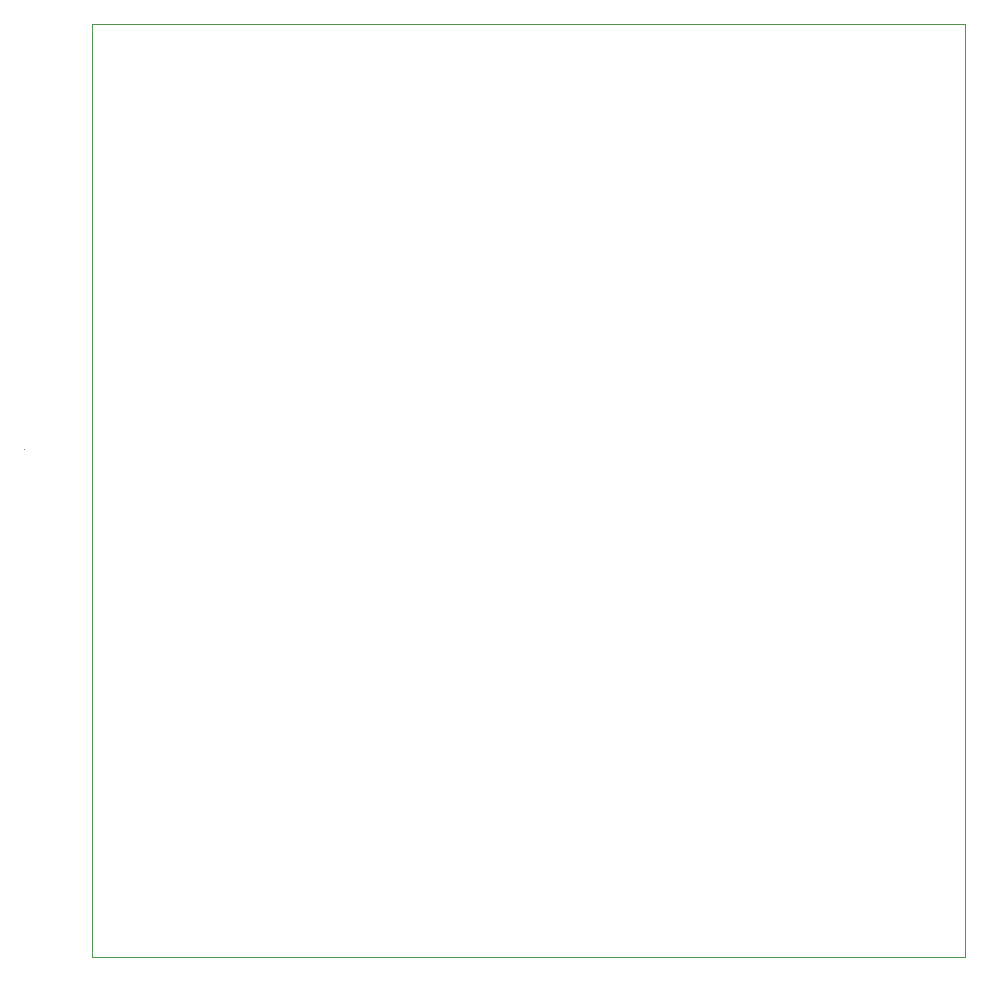
<source format=gbr>
%TF.GenerationSoftware,KiCad,Pcbnew,(6.0.7)*%
%TF.CreationDate,2023-01-06T17:08:48+01:00*%
%TF.ProjectId,s0 interface,73302069-6e74-4657-9266-6163652e6b69,rev?*%
%TF.SameCoordinates,Original*%
%TF.FileFunction,Profile,NP*%
%FSLAX46Y46*%
G04 Gerber Fmt 4.6, Leading zero omitted, Abs format (unit mm)*
G04 Created by KiCad (PCBNEW (6.0.7)) date 2023-01-06 17:08:48*
%MOMM*%
%LPD*%
G01*
G04 APERTURE LIST*
%TA.AperFunction,Profile*%
%ADD10C,0.100000*%
%TD*%
G04 APERTURE END LIST*
D10*
X148336000Y-71374000D02*
X148336000Y-71374000D01*
X154051000Y-35433000D02*
X227965000Y-35433000D01*
X227965000Y-35433000D02*
X227965000Y-114427000D01*
X227965000Y-114427000D02*
X154051000Y-114427000D01*
X154051000Y-114427000D02*
X154051000Y-35433000D01*
M02*

</source>
